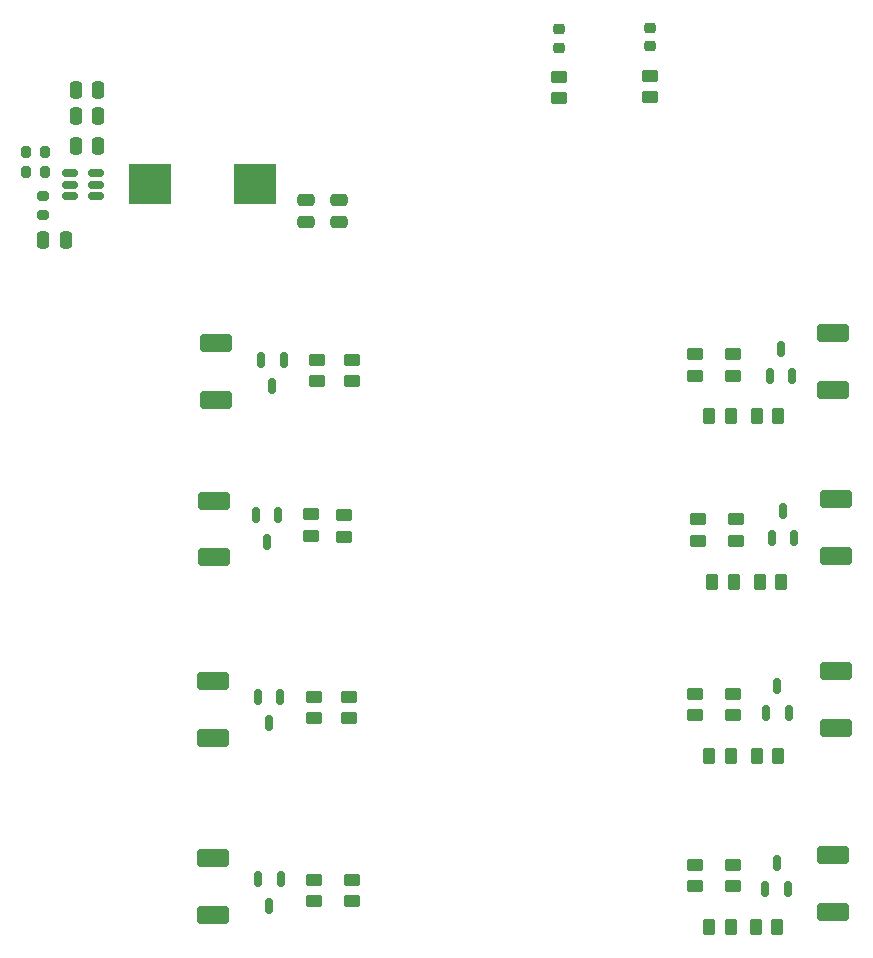
<source format=gbr>
%TF.GenerationSoftware,KiCad,Pcbnew,9.0.6*%
%TF.CreationDate,2026-02-15T15:54:59-05:00*%
%TF.ProjectId,polaris3.1,706f6c61-7269-4733-932e-312e6b696361,rev?*%
%TF.SameCoordinates,Original*%
%TF.FileFunction,Paste,Top*%
%TF.FilePolarity,Positive*%
%FSLAX46Y46*%
G04 Gerber Fmt 4.6, Leading zero omitted, Abs format (unit mm)*
G04 Created by KiCad (PCBNEW 9.0.6) date 2026-02-15 15:54:59*
%MOMM*%
%LPD*%
G01*
G04 APERTURE LIST*
G04 Aperture macros list*
%AMRoundRect*
0 Rectangle with rounded corners*
0 $1 Rounding radius*
0 $2 $3 $4 $5 $6 $7 $8 $9 X,Y pos of 4 corners*
0 Add a 4 corners polygon primitive as box body*
4,1,4,$2,$3,$4,$5,$6,$7,$8,$9,$2,$3,0*
0 Add four circle primitives for the rounded corners*
1,1,$1+$1,$2,$3*
1,1,$1+$1,$4,$5*
1,1,$1+$1,$6,$7*
1,1,$1+$1,$8,$9*
0 Add four rect primitives between the rounded corners*
20,1,$1+$1,$2,$3,$4,$5,0*
20,1,$1+$1,$4,$5,$6,$7,0*
20,1,$1+$1,$6,$7,$8,$9,0*
20,1,$1+$1,$8,$9,$2,$3,0*%
G04 Aperture macros list end*
%ADD10RoundRect,0.200000X0.200000X0.275000X-0.200000X0.275000X-0.200000X-0.275000X0.200000X-0.275000X0*%
%ADD11RoundRect,0.250000X-0.450000X0.262500X-0.450000X-0.262500X0.450000X-0.262500X0.450000X0.262500X0*%
%ADD12RoundRect,0.250000X-0.475000X0.250000X-0.475000X-0.250000X0.475000X-0.250000X0.475000X0.250000X0*%
%ADD13RoundRect,0.250000X0.262500X0.450000X-0.262500X0.450000X-0.262500X-0.450000X0.262500X-0.450000X0*%
%ADD14RoundRect,0.250000X-1.100000X0.500000X-1.100000X-0.500000X1.100000X-0.500000X1.100000X0.500000X0*%
%ADD15RoundRect,0.150000X0.150000X-0.512500X0.150000X0.512500X-0.150000X0.512500X-0.150000X-0.512500X0*%
%ADD16RoundRect,0.150000X0.512500X0.150000X-0.512500X0.150000X-0.512500X-0.150000X0.512500X-0.150000X0*%
%ADD17RoundRect,0.200000X-0.275000X0.200000X-0.275000X-0.200000X0.275000X-0.200000X0.275000X0.200000X0*%
%ADD18RoundRect,0.218750X-0.256250X0.218750X-0.256250X-0.218750X0.256250X-0.218750X0.256250X0.218750X0*%
%ADD19R,3.550000X3.500000*%
%ADD20RoundRect,0.150000X-0.150000X0.512500X-0.150000X-0.512500X0.150000X-0.512500X0.150000X0.512500X0*%
%ADD21RoundRect,0.250000X0.450000X-0.262500X0.450000X0.262500X-0.450000X0.262500X-0.450000X-0.262500X0*%
%ADD22RoundRect,0.250000X0.250000X0.475000X-0.250000X0.475000X-0.250000X-0.475000X0.250000X-0.475000X0*%
%ADD23RoundRect,0.200000X-0.200000X-0.275000X0.200000X-0.275000X0.200000X0.275000X-0.200000X0.275000X0*%
G04 APERTURE END LIST*
D10*
%TO.C,R13*%
X100825000Y-68740000D03*
X99175000Y-68740000D03*
%TD*%
D11*
%TO.C,R1*%
X123825000Y-84605000D03*
X123825000Y-86430000D03*
%TD*%
D12*
%TO.C,C6*%
X125675000Y-71090000D03*
X125675000Y-72990000D03*
%TD*%
D13*
%TO.C,R21*%
X159150000Y-103465000D03*
X157325000Y-103465000D03*
%TD*%
D14*
%TO.C,D11*%
X167825000Y-110990000D03*
X167825000Y-115790000D03*
%TD*%
D11*
%TO.C,R7*%
X123575000Y-113140000D03*
X123575000Y-114965000D03*
%TD*%
%TO.C,R11*%
X155825000Y-84140000D03*
X155825000Y-85965000D03*
%TD*%
%TO.C,R23*%
X159075000Y-112890000D03*
X159075000Y-114715000D03*
%TD*%
D15*
%TO.C,Q2*%
X161875000Y-114490000D03*
X163775000Y-114490000D03*
X162825000Y-112215000D03*
%TD*%
D13*
%TO.C,R16*%
X162900000Y-89390000D03*
X161075000Y-89390000D03*
%TD*%
D15*
%TO.C,Q4*%
X162375000Y-99740000D03*
X164275000Y-99740000D03*
X163325000Y-97465000D03*
%TD*%
D11*
%TO.C,R5*%
X126575000Y-113140000D03*
X126575000Y-114965000D03*
%TD*%
D16*
%TO.C,U2*%
X105175000Y-70740000D03*
X105175000Y-69790000D03*
X105175000Y-68840000D03*
X102900000Y-68840000D03*
X102900000Y-69790000D03*
X102900000Y-70740000D03*
%TD*%
D14*
%TO.C,D3*%
X115075000Y-111840000D03*
X115075000Y-116640000D03*
%TD*%
D17*
%TO.C,R14*%
X100675000Y-70740000D03*
X100675000Y-72390000D03*
%TD*%
D18*
%TO.C,D6*%
X152075000Y-56502500D03*
X152075000Y-58077500D03*
%TD*%
D14*
%TO.C,D9*%
X167575000Y-82340000D03*
X167575000Y-87140000D03*
%TD*%
D11*
%TO.C,R26*%
X155825000Y-127390000D03*
X155825000Y-129215000D03*
%TD*%
%TO.C,R18*%
X156075000Y-98140000D03*
X156075000Y-99965000D03*
%TD*%
%TO.C,R15*%
X159075000Y-84140000D03*
X159075000Y-85965000D03*
%TD*%
%TO.C,R27*%
X159075000Y-127390000D03*
X159075000Y-129215000D03*
%TD*%
D15*
%TO.C,Q1*%
X162175000Y-85965000D03*
X164075000Y-85965000D03*
X163125000Y-83690000D03*
%TD*%
D19*
%TO.C,L1*%
X109675000Y-69740000D03*
X118625000Y-69740000D03*
%TD*%
D20*
%TO.C,Q5*%
X121025000Y-84605000D03*
X119125000Y-84605000D03*
X120075000Y-86880000D03*
%TD*%
D13*
%TO.C,R24*%
X162900000Y-118140000D03*
X161075000Y-118140000D03*
%TD*%
D21*
%TO.C,R10*%
X144325000Y-62465000D03*
X144325000Y-60640000D03*
%TD*%
D11*
%TO.C,R3*%
X126157500Y-97790000D03*
X126157500Y-99615000D03*
%TD*%
D21*
%TO.C,R9*%
X152075000Y-62402500D03*
X152075000Y-60577500D03*
%TD*%
D11*
%TO.C,R4*%
X123325000Y-97715000D03*
X123325000Y-99540000D03*
%TD*%
%TO.C,R22*%
X155825000Y-112890000D03*
X155825000Y-114715000D03*
%TD*%
D14*
%TO.C,D10*%
X115325000Y-83205000D03*
X115325000Y-88005000D03*
%TD*%
D13*
%TO.C,R25*%
X158900000Y-118140000D03*
X157075000Y-118140000D03*
%TD*%
D12*
%TO.C,C4*%
X122925000Y-71090000D03*
X122925000Y-72990000D03*
%TD*%
D11*
%TO.C,R19*%
X159325000Y-98140000D03*
X159325000Y-99965000D03*
%TD*%
%TO.C,R6*%
X126825000Y-128640000D03*
X126825000Y-130465000D03*
%TD*%
D22*
%TO.C,C3*%
X105325000Y-66490000D03*
X103425000Y-66490000D03*
%TD*%
D13*
%TO.C,R20*%
X163150000Y-103465000D03*
X161325000Y-103465000D03*
%TD*%
D20*
%TO.C,Q8*%
X120775000Y-128615000D03*
X118875000Y-128615000D03*
X119825000Y-130890000D03*
%TD*%
D22*
%TO.C,C1*%
X105325000Y-61740000D03*
X103425000Y-61740000D03*
%TD*%
D14*
%TO.C,D4*%
X115075000Y-126840000D03*
X115075000Y-131640000D03*
%TD*%
D22*
%TO.C,C2*%
X105325000Y-63990000D03*
X103425000Y-63990000D03*
%TD*%
D14*
%TO.C,D1*%
X115157500Y-96540000D03*
X115157500Y-101340000D03*
%TD*%
D15*
%TO.C,Q3*%
X161825000Y-129465000D03*
X163725000Y-129465000D03*
X162775000Y-127190000D03*
%TD*%
D14*
%TO.C,D8*%
X167575000Y-126565000D03*
X167575000Y-131365000D03*
%TD*%
D23*
%TO.C,R12*%
X99175000Y-66990000D03*
X100825000Y-66990000D03*
%TD*%
D13*
%TO.C,R17*%
X158900000Y-89390000D03*
X157075000Y-89390000D03*
%TD*%
D14*
%TO.C,D2*%
X167825000Y-96415000D03*
X167825000Y-101215000D03*
%TD*%
D11*
%TO.C,R2*%
X126825000Y-84605000D03*
X126825000Y-86430000D03*
%TD*%
D20*
%TO.C,Q6*%
X120557500Y-97790000D03*
X118657500Y-97790000D03*
X119607500Y-100065000D03*
%TD*%
D11*
%TO.C,R8*%
X123575000Y-128640000D03*
X123575000Y-130465000D03*
%TD*%
D20*
%TO.C,Q7*%
X120725000Y-113140000D03*
X118825000Y-113140000D03*
X119775000Y-115415000D03*
%TD*%
D13*
%TO.C,R28*%
X162812500Y-132640000D03*
X160987500Y-132640000D03*
%TD*%
%TO.C,R29*%
X158900000Y-132640000D03*
X157075000Y-132640000D03*
%TD*%
D18*
%TO.C,D7*%
X144325000Y-56615000D03*
X144325000Y-58190000D03*
%TD*%
D22*
%TO.C,C5*%
X102575000Y-74490000D03*
X100675000Y-74490000D03*
%TD*%
M02*

</source>
